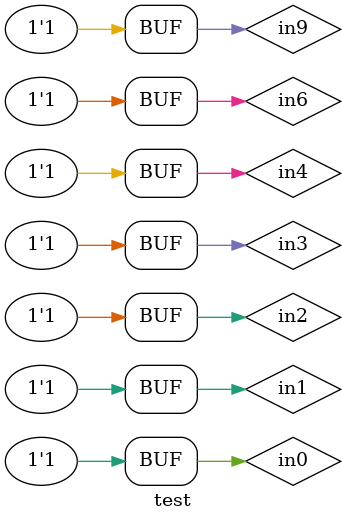
<source format=v>
module num_lock(in0,in1,in2,in3,in4,in5,in6,in7,in8,in9,alarm,correct_signal);
input in0,in1,in2,in3,in4,in5,in6,in7,in8,in9;
output reg alarm,correct_signal;
always@(*)begin
if(in1==1'b1 && in2==1'b1 && in3==1'b1 && in4==1'b1 )begin
alarm<=1'b0;
correct_signal<=1'b1;
end
else begin 
alarm<=1'b1;
correct_signal<=1'b0;
end
end
endmodule
module test();
reg in0,in1,in2,in3,in4,in5,in6,in7,in8,in9;
wire alarm,correct_signal;
num_lock nl1(in0,in1,in2,in3,in4,in5,in6,in7,in8,in9,alarm,correct_signal);
initial begin
#5;
in0=1'b1;in1=1'b1;in2=1'b1;in3=1'b1;
#5;
in1=1'b1;in2=1'b1;in3=1'b1;in4=1'b1;
#5;
in0=1'b1;in1=1'b1;in6=1'b1;in9=1'b1;
end
initial begin
    $monitor("time=%0t, in1=%b,in2=%b,in3=%b,in4=%b,alarm=%b,correct_signal=%b", $time,in1,in2,in3,in4,alarm,correct_signal);
    $dumpfile("adder_4bit.vcd");
    $dumpvars();
  end
endmodule

</source>
